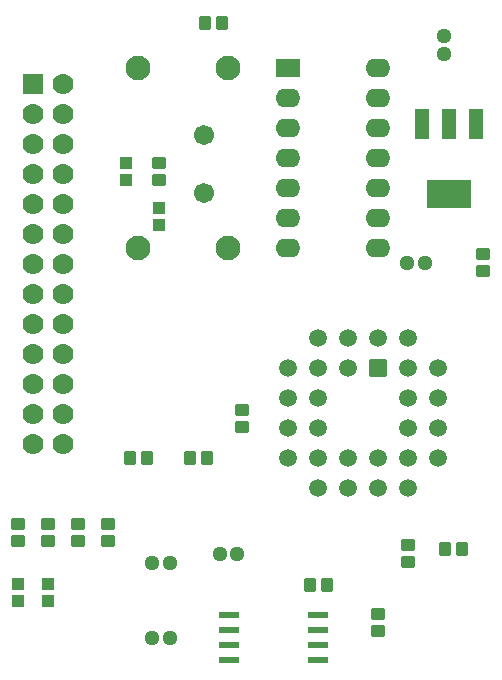
<source format=gts>
G04 Layer: TopSolderMaskLayer*
G04 EasyEDA v6.5.40, 2024-12-13 02:27:43*
G04 cafc711810e44acb902ef42d95588454,10*
G04 Gerber Generator version 0.2*
G04 Scale: 100 percent, Rotated: No, Reflected: No *
G04 Dimensions in inches *
G04 leading zeros omitted , absolute positions ,3 integer and 6 decimal *
%FSLAX36Y36*%
%MOIN*%

%AMMACRO1*1,1,$1,$2,$3*1,1,$1,$4,$5*1,1,$1,0-$2,0-$3*1,1,$1,0-$4,0-$5*20,1,$1,$2,$3,$4,$5,0*20,1,$1,$4,$5,0-$2,0-$3,0*20,1,$1,0-$2,0-$3,0-$4,0-$5,0*20,1,$1,0-$4,0-$5,$2,$3,0*4,1,4,$2,$3,$4,$5,0-$2,0-$3,0-$4,0-$5,$2,$3,0*%
%ADD10C,0.0670*%
%ADD11MACRO1,0.008X0.0177X0.0157X0.0177X-0.0157*%
%ADD12R,0.0435X0.0395*%
%ADD13R,0.0434X0.0395*%
%ADD14C,0.0512*%
%ADD15R,0.0473X0.1024*%
%ADD16R,0.1457X0.0961*%
%ADD17R,0.0670X0.0237*%
%ADD18O,0.08274000000000001X0.063055*%
%ADD19MACRO1,0.004X-0.0394X0.0295X0.0394X0.0295*%
%ADD20C,0.0827*%
%ADD21MACRO1,0.004X-0.0275X0.0275X0.0275X0.0275*%
%ADD22C,0.0590*%
%ADD23MACRO1,0.008X0.0157X-0.0177X-0.0157X-0.0177*%
%ADD24MACRO1,0.008X-0.0157X0.0177X0.0157X0.0177*%
%ADD25C,0.0700*%
%ADD26R,0.0700X0.0700*%

%LPD*%
D10*
G01*
X720000Y-616460D03*
G01*
X720000Y-423539D03*
D11*
G01*
X570000Y-572558D03*
G01*
X570000Y-517441D03*
D12*
G01*
X460000Y-572559D03*
D13*
G01*
X460000Y-517440D03*
D12*
G01*
X570000Y-722559D03*
D13*
G01*
X570000Y-667440D03*
D14*
G01*
X1454530Y-850000D03*
G01*
X1395469Y-850000D03*
G01*
X1520000Y-95470D03*
G01*
X1520000Y-154529D03*
G01*
X545470Y-2100000D03*
G01*
X604529Y-2100000D03*
G01*
X829530Y-1820000D03*
G01*
X770469Y-1820000D03*
G01*
X545470Y-1850000D03*
G01*
X604529Y-1850000D03*
D15*
G01*
X1625550Y-388069D03*
G01*
X1535000Y-388069D03*
G01*
X1444449Y-388069D03*
D16*
G01*
X1535000Y-621930D03*
D17*
G01*
X1097640Y-2175000D03*
G01*
X1097640Y-2125000D03*
G01*
X1097640Y-2075000D03*
G01*
X1097640Y-2025000D03*
G01*
X802359Y-2025000D03*
G01*
X802359Y-2075000D03*
G01*
X802359Y-2125000D03*
G01*
X802359Y-2175000D03*
D18*
G01*
X1300000Y-800000D03*
G01*
X1300000Y-700000D03*
G01*
X1300000Y-600000D03*
G01*
X1300000Y-500000D03*
G01*
X1300000Y-400000D03*
G01*
X1300000Y-300000D03*
G01*
X1300000Y-200000D03*
G01*
X1000000Y-800000D03*
G01*
X1000000Y-700000D03*
G01*
X1000000Y-600000D03*
G01*
X1000000Y-500000D03*
G01*
X1000000Y-400000D03*
G01*
X1000000Y-300000D03*
D19*
G01*
X1000000Y-200000D03*
D20*
G01*
X500000Y-200000D03*
G01*
X500000Y-800000D03*
G01*
X800000Y-800000D03*
G01*
X800000Y-200000D03*
D21*
G01*
X1300000Y-1200000D03*
D22*
G01*
X1200000Y-1100000D03*
G01*
X1200000Y-1200000D03*
G01*
X1100000Y-1100000D03*
G01*
X1000000Y-1200000D03*
G01*
X1100000Y-1200000D03*
G01*
X1000000Y-1300000D03*
G01*
X1100000Y-1300000D03*
G01*
X1000000Y-1400000D03*
G01*
X1100000Y-1400000D03*
G01*
X1000000Y-1500000D03*
G01*
X1100000Y-1600000D03*
G01*
X1100000Y-1500000D03*
G01*
X1200000Y-1600000D03*
G01*
X1200000Y-1500000D03*
G01*
X1300000Y-1600000D03*
G01*
X1300000Y-1500000D03*
G01*
X1400000Y-1600000D03*
G01*
X1500000Y-1500000D03*
G01*
X1400000Y-1500000D03*
G01*
X1500000Y-1400000D03*
G01*
X1400000Y-1400000D03*
G01*
X1500000Y-1300000D03*
G01*
X1400000Y-1300000D03*
G01*
X1500000Y-1200000D03*
G01*
X1400000Y-1100000D03*
G01*
X1400000Y-1200000D03*
G01*
X1300000Y-1100000D03*
D11*
G01*
X100000Y-1777558D03*
G01*
X100000Y-1722441D03*
G01*
X200000Y-1777558D03*
G01*
X200000Y-1722441D03*
G01*
X300000Y-1777558D03*
G01*
X300000Y-1722441D03*
G01*
X400000Y-1777558D03*
G01*
X400000Y-1722441D03*
D12*
G01*
X100000Y-1977559D03*
D13*
G01*
X100000Y-1922440D03*
D12*
G01*
X200000Y-1977559D03*
D13*
G01*
X200000Y-1922440D03*
D23*
G01*
X1577559Y-1805000D03*
G01*
X1522440Y-1805000D03*
D11*
G01*
X1400000Y-1792441D03*
G01*
X1400000Y-1847558D03*
G01*
X1650000Y-877558D03*
G01*
X1650000Y-822441D03*
G01*
X1300000Y-2077558D03*
G01*
X1300000Y-2022441D03*
D24*
G01*
X527558Y-1500000D03*
G01*
X472441Y-1500000D03*
G01*
X727558Y-1500000D03*
G01*
X672441Y-1500000D03*
D23*
G01*
X1127559Y-1925000D03*
G01*
X1072440Y-1925000D03*
G01*
X777559Y-50000D03*
G01*
X722441Y-50000D03*
D11*
G01*
X845000Y-1342441D03*
G01*
X845000Y-1397558D03*
D25*
G01*
X250000Y-1455000D03*
G01*
X150000Y-1455000D03*
G01*
X150000Y-1355000D03*
G01*
X250000Y-1355000D03*
G01*
X150000Y-1255000D03*
G01*
X250000Y-1255000D03*
G01*
X150000Y-1055000D03*
G01*
X150000Y-1155000D03*
G01*
X250000Y-1155000D03*
G01*
X250000Y-1055000D03*
G01*
X150000Y-955000D03*
G01*
X250000Y-955000D03*
G01*
X150000Y-855000D03*
G01*
X250000Y-855000D03*
G01*
X150000Y-755000D03*
G01*
X250000Y-755000D03*
G01*
X150000Y-655000D03*
G01*
X250000Y-655000D03*
G01*
X150000Y-555000D03*
G01*
X250000Y-555000D03*
G01*
X150000Y-455000D03*
G01*
X250000Y-455000D03*
G01*
X150000Y-355000D03*
G01*
X250000Y-355000D03*
D26*
G01*
X150000Y-255000D03*
D25*
G01*
X250000Y-255000D03*
M02*

</source>
